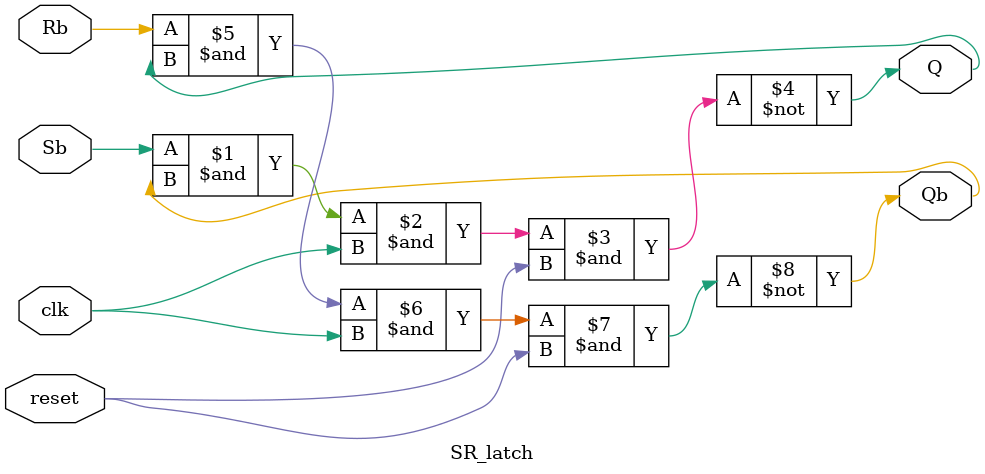
<source format=v>
module SR_latch(input Sb,Rb,clk,reset,output Q,Qb );
  nand (Q,Sb,Qb,clk,reset);
  nand (Qb,Rb,Q,clk,reset);
endmodule


</source>
